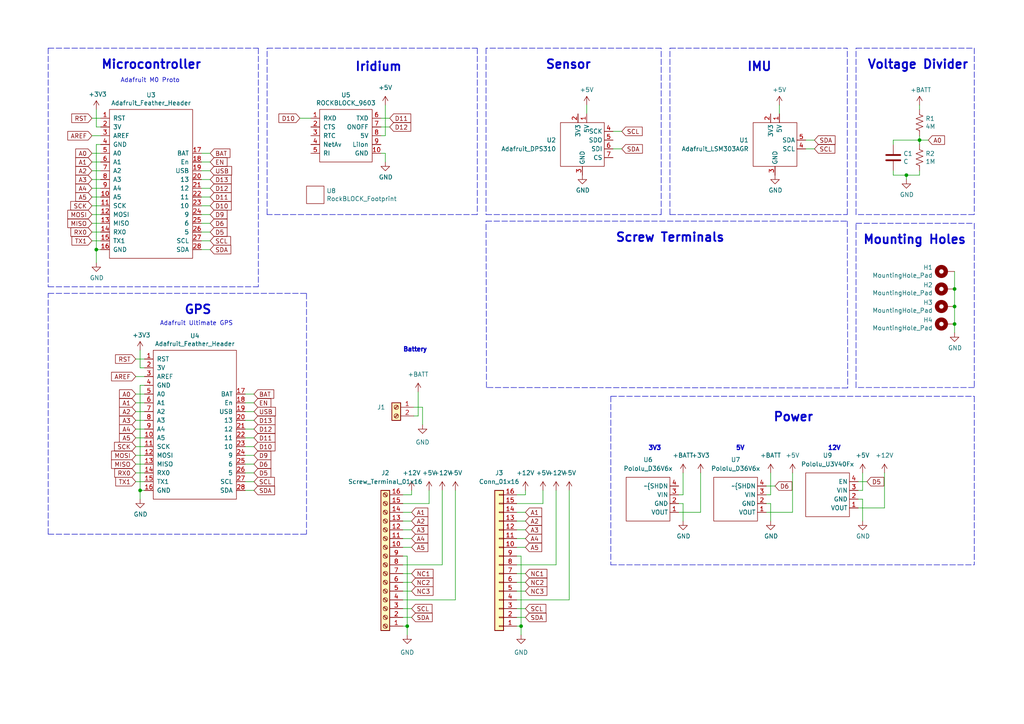
<source format=kicad_sch>
(kicad_sch (version 20211123) (generator eeschema)
  (paper "A4")
  (lib_symbols
    (symbol "Connector:Screw_Terminal_01x02" (pin_names (offset 1.016) hide)
      (property "Reference" "J" (at 0 2.54 0))
      (property "Value" "Screw_Terminal_01x02" (at 0 -5.08 0))
      (symbol "Screw_Terminal_01x02_1_1"
        (rectangle (start -1.27 1.27) (end 1.27 -3.81) (stroke (width 0.254)) (fill (type background)))
        (circle (center 0 -2.54) (radius 0.635) (stroke (width 0.1524)))
        (polyline (pts (xy -0.5334 -2.2098) (xy 0.3302 -3.048)) (stroke (width 0.1524)))
        (polyline (pts (xy -0.5334 0.3302) (xy 0.3302 -0.508)) (stroke (width 0.1524)))
        (polyline (pts (xy -0.3556 -2.032) (xy 0.508 -2.8702)) (stroke (width 0.1524)))
        (polyline (pts (xy -0.3556 0.508) (xy 0.508 -0.3302)) (stroke (width 0.1524)))
        (circle (center 0 0) (radius 0.635) (stroke (width 0.1524)))
        (pin passive line (at -5.08 0 0) (length 3.81) (name "Pin_1") (number "1"))
        (pin passive line (at -5.08 -2.54 0) (length 3.81) (name "Pin_2") (number "2"))
      )
    )
    (symbol "Connector:Screw_Terminal_01x16" (pin_names (offset 1.016) hide)
      (property "Reference" "J" (at 0 20.32 0))
      (property "Value" "Screw_Terminal_01x16" (at 0 -22.86 0))
      (symbol "Screw_Terminal_01x16_1_1"
        (rectangle (start -1.27 19.05) (end 1.27 -21.59) (stroke (width 0.254)) (fill (type background)))
        (circle (center 0 -20.32) (radius 0.635) (stroke (width 0.1524)))
        (circle (center 0 -17.78) (radius 0.635) (stroke (width 0.1524)))
        (circle (center 0 -15.24) (radius 0.635) (stroke (width 0.1524)))
        (circle (center 0 -12.7) (radius 0.635) (stroke (width 0.1524)))
        (circle (center 0 -10.16) (radius 0.635) (stroke (width 0.1524)))
        (circle (center 0 -7.62) (radius 0.635) (stroke (width 0.1524)))
        (circle (center 0 -5.08) (radius 0.635) (stroke (width 0.1524)))
        (circle (center 0 -2.54) (radius 0.635) (stroke (width 0.1524)))
        (polyline (pts (xy -0.5334 -19.9898) (xy 0.3302 -20.828)) (stroke (width 0.1524)))
        (polyline (pts (xy -0.5334 -17.4498) (xy 0.3302 -18.288)) (stroke (width 0.1524)))
        (polyline (pts (xy -0.5334 -14.9098) (xy 0.3302 -15.748)) (stroke (width 0.1524)))
        (polyline (pts (xy -0.5334 -12.3698) (xy 0.3302 -13.208)) (stroke (width 0.1524)))
        (polyline (pts (xy -0.5334 -9.8298) (xy 0.3302 -10.668)) (stroke (width 0.1524)))
        (polyline (pts (xy -0.5334 -7.2898) (xy 0.3302 -8.128)) (stroke (width 0.1524)))
        (polyline (pts (xy -0.5334 -4.7498) (xy 0.3302 -5.588)) (stroke (width 0.1524)))
        (polyline (pts (xy -0.5334 -2.2098) (xy 0.3302 -3.048)) (stroke (width 0.1524)))
        (polyline (pts (xy -0.5334 0.3302) (xy 0.3302 -0.508)) (stroke (width 0.1524)))
        (polyline (pts (xy -0.5334 2.8702) (xy 0.3302 2.032)) (stroke (width 0.1524)))
        (polyline (pts (xy -0.5334 5.4102) (xy 0.3302 4.572)) (stroke (width 0.1524)))
        (polyline (pts (xy -0.5334 7.9502) (xy 0.3302 7.112)) (stroke (width 0.1524)))
        (polyline (pts (xy -0.5334 10.4902) (xy 0.3302 9.652)) (stroke (width 0.1524)))
        (polyline (pts (xy -0.5334 13.0302) (xy 0.3302 12.192)) (stroke (width 0.1524)))
        (polyline (pts (xy -0.5334 15.5702) (xy 0.3302 14.732)) (stroke (width 0.1524)))
        (polyline (pts (xy -0.5334 18.1102) (xy 0.3302 17.272)) (stroke (width 0.1524)))
        (polyline (pts (xy -0.3556 -19.812) (xy 0.508 -20.6502)) (stroke (width 0.1524)))
        (polyline (pts (xy -0.3556 -17.272) (xy 0.508 -18.1102)) (stroke (width 0.1524)))
        (polyline (pts (xy -0.3556 -14.732) (xy 0.508 -15.5702)) (stroke (width 0.1524)))
        (polyline (pts (xy -0.3556 -12.192) (xy 0.508 -13.0302)) (stroke (width 0.1524)))
        (polyline (pts (xy -0.3556 -9.652) (xy 0.508 -10.4902)) (stroke (width 0.1524)))
        (polyline (pts (xy -0.3556 -7.112) (xy 0.508 -7.9502)) (stroke (width 0.1524)))
        (polyline (pts (xy -0.3556 -4.572) (xy 0.508 -5.4102)) (stroke (width 0.1524)))
        (polyline (pts (xy -0.3556 -2.032) (xy 0.508 -2.8702)) (stroke (width 0.1524)))
        (polyline (pts (xy -0.3556 0.508) (xy 0.508 -0.3302)) (stroke (width 0.1524)))
        (polyline (pts (xy -0.3556 3.048) (xy 0.508 2.2098)) (stroke (width 0.1524)))
        (polyline (pts (xy -0.3556 5.588) (xy 0.508 4.7498)) (stroke (width 0.1524)))
        (polyline (pts (xy -0.3556 8.128) (xy 0.508 7.2898)) (stroke (width 0.1524)))
        (polyline (pts (xy -0.3556 10.668) (xy 0.508 9.8298)) (stroke (width 0.1524)))
        (polyline (pts (xy -0.3556 13.208) (xy 0.508 12.3698)) (stroke (width 0.1524)))
        (polyline (pts (xy -0.3556 15.748) (xy 0.508 14.9098)) (stroke (width 0.1524)))
        (polyline (pts (xy -0.3556 18.288) (xy 0.508 17.4498)) (stroke (width 0.1524)))
        (circle (center 0 0) (radius 0.635) (stroke (width 0.1524)))
        (circle (center 0 2.54) (radius 0.635) (stroke (width 0.1524)))
        (circle (center 0 5.08) (radius 0.635) (stroke (width 0.1524)))
        (circle (center 0 7.62) (radius 0.635) (stroke (width 0.1524)))
        (circle (center 0 10.16) (radius 0.635) (stroke (width 0.1524)))
        (circle (center 0 12.7) (radius 0.635) (stroke (width 0.1524)))
        (circle (center 0 15.24) (radius 0.635) (stroke (width 0.1524)))
        (circle (center 0 17.78) (radius 0.635) (stroke (width 0.1524)))
        (pin passive line (at -5.08 17.78 0) (length 3.81) (name "Pin_1") (number "1"))
        (pin passive line (at -5.08 -5.08 0) (length 3.81) (name "Pin_10") (number "10"))
        (pin passive line (at -5.08 -7.62 0) (length 3.81) (name "Pin_11") (number "11"))
        (pin passive line (at -5.08 -10.16 0) (length 3.81) (name "Pin_12") (number "12"))
        (pin passive line (at -5.08 -12.7 0) (length 3.81) (name "Pin_13") (number "13"))
        (pin passive line (at -5.08 -15.24 0) (length 3.81) (name "Pin_14") (number "14"))
        (pin passive line (at -5.08 -17.78 0) (length 3.81) (name "Pin_15") (number "15"))
        (pin passive line (at -5.08 -20.32 0) (length 3.81) (name "Pin_16") (number "16"))
        (pin passive line (at -5.08 15.24 0) (length 3.81) (name "Pin_2") (number "2"))
        (pin passive line (at -5.08 12.7 0) (length 3.81) (name "Pin_3") (number "3"))
        (pin passive line (at -5.08 10.16 0) (length 3.81) (name "Pin_4") (number "4"))
        (pin passive line (at -5.08 7.62 0) (length 3.81) (name "Pin_5") (number "5"))
        (pin passive line (at -5.08 5.08 0) (length 3.81) (name "Pin_6") (number "6"))
        (pin passive line (at -5.08 2.54 0) (length 3.81) (name "Pin_7") (number "7"))
        (pin passive line (at -5.08 0 0) (length 3.81) (name "Pin_8") (number "8"))
        (pin passive line (at -5.08 -2.54 0) (length 3.81) (name "Pin_9") (number "9"))
      )
    )
    (symbol "Connector_Generic:Conn_01x16" (pin_names (offset 1.016) hide)
      (property "Reference" "J" (at 0 20.32 0))
      (property "Value" "Conn_01x16" (at 0 -22.86 0))
      (symbol "Conn_01x16_1_1"
        (rectangle (start -1.27 -20.193) (end 0 -20.447) (stroke (width 0.1524)))
        (rectangle (start -1.27 -17.653) (end 0 -17.907) (stroke (width 0.1524)))
        (rectangle (start -1.27 -15.113) (end 0 -15.367) (stroke (width 0.1524)))
        (rectangle (start -1.27 -12.573) (end 0 -12.827) (stroke (width 0.1524)))
        (rectangle (start -1.27 -10.033) (end 0 -10.287) (stroke (width 0.1524)))
        (rectangle (start -1.27 -7.493) (end 0 -7.747) (stroke (width 0.1524)))
        (rectangle (start -1.27 -4.953) (end 0 -5.207) (stroke (width 0.1524)))
        (rectangle (start -1.27 -2.413) (end 0 -2.667) (stroke (width 0.1524)))
        (rectangle (start -1.27 0.127) (end 0 -0.127) (stroke (width 0.1524)))
        (rectangle (start -1.27 2.667) (end 0 2.413) (stroke (width 0.1524)))
        (rectangle (start -1.27 5.207) (end 0 4.953) (stroke (width 0.1524)))
        (rectangle (start -1.27 7.747) (end 0 7.493) (stroke (width 0.1524)))
        (rectangle (start -1.27 10.287) (end 0 10.033) (stroke (width 0.1524)))
        (rectangle (start -1.27 12.827) (end 0 12.573) (stroke (width 0.1524)))
        (rectangle (start -1.27 15.367) (end 0 15.113) (stroke (width 0.1524)))
        (rectangle (start -1.27 17.907) (end 0 17.653) (stroke (width 0.1524)))
        (rectangle (start -1.27 19.05) (end 1.27 -21.59) (stroke (width 0.254)) (fill (type background)))
        (pin passive line (at -5.08 17.78 0) (length 3.81) (name "Pin_1") (number "1"))
        (pin passive line (at -5.08 -5.08 0) (length 3.81) (name "Pin_10") (number "10"))
        (pin passive line (at -5.08 -7.62 0) (length 3.81) (name "Pin_11") (number "11"))
        (pin passive line (at -5.08 -10.16 0) (length 3.81) (name "Pin_12") (number "12"))
        (pin passive line (at -5.08 -12.7 0) (length 3.81) (name "Pin_13") (number "13"))
        (pin passive line (at -5.08 -15.24 0) (length 3.81) (name "Pin_14") (number "14"))
        (pin passive line (at -5.08 -17.78 0) (length 3.81) (name "Pin_15") (number "15"))
        (pin passive line (at -5.08 -20.32 0) (length 3.81) (name "Pin_16") (number "16"))
        (pin passive line (at -5.08 15.24 0) (length 3.81) (name "Pin_2") (number "2"))
        (pin passive line (at -5.08 12.7 0) (length 3.81) (name "Pin_3") (number "3"))
        (pin passive line (at -5.08 10.16 0) (length 3.81) (name "Pin_4") (number "4"))
        (pin passive line (at -5.08 7.62 0) (length 3.81) (name "Pin_5") (number "5"))
        (pin passive line (at -5.08 5.08 0) (length 3.81) (name "Pin_6") (number "6"))
        (pin passive line (at -5.08 2.54 0) (length 3.81) (name "Pin_7") (number "7"))
        (pin passive line (at -5.08 0 0) (length 3.81) (name "Pin_8") (number "8"))
        (pin passive line (at -5.08 -2.54 0) (length 3.81) (name "Pin_9") (number "9"))
      )
    )
    (symbol "Cryologger:Adafruit_DPS310"
      (property "Reference" "U" (at 0 8.89 0))
      (property "Value" "Adafruit_DPS310" (at 0 -7.62 0))
      (symbol "Adafruit_DPS310_0_1"
        (rectangle (start -6.35 6.35) (end 6.35 -6.35) (stroke (width 0.1524)))
      )
      (symbol "Adafruit_DPS310_1_1"
        (pin power_in line (at 1.27 8.89 270) (length 2.54) (name "5V") (number "1"))
        (pin power_in line (at -1.27 8.89 270) (length 2.54) (name "3V3") (number "2"))
        (pin power_in line (at 0 -8.89 90) (length 2.54) (name "GND") (number "3"))
        (pin input line (at 8.89 3.81 180) (length 2.54) (name "SCK") (number "4"))
        (pin input line (at 8.89 1.27 180) (length 2.54) (name "SDO") (number "5"))
        (pin input line (at 8.89 -1.27 180) (length 2.54) (name "SDI") (number "6"))
        (pin input line (at 8.89 -3.81 180) (length 2.54) (name "CS") (number "7"))
      )
    )
    (symbol "Cryologger:Adafruit_Feather_Header" (pin_names (offset 1.016))
      (property "Reference" "U" (at 0 25.4 0))
      (property "Value" "Cryologger_Adafruit_Feather_Header" (at 0 -21.59 0))
      (symbol "Adafruit_Feather_Header_0_1"
        (rectangle (start -11.43 -19.05) (end 12.7 24.13))
      )
      (symbol "Adafruit_Feather_Header_1_1"
        (pin input line (at -13.97 21.59 0) (length 2.54) (name "RST") (number "1"))
        (pin input line (at -13.97 -1.27 0) (length 2.54) (name "A5") (number "10"))
        (pin input line (at -13.97 -3.81 0) (length 2.54) (name "SCK") (number "11"))
        (pin input line (at -13.97 -6.35 0) (length 2.54) (name "MOSI") (number "12"))
        (pin input line (at -13.97 -8.89 0) (length 2.54) (name "MISO") (number "13"))
        (pin input line (at -13.97 -11.43 0) (length 2.54) (name "RX0") (number "14"))
        (pin input line (at -13.97 -13.97 0) (length 2.54) (name "TX1") (number "15"))
        (pin input line (at -13.97 -16.51 0) (length 2.54) (name "GND") (number "16"))
        (pin input line (at 15.24 11.43 180) (length 2.54) (name "BAT") (number "17"))
        (pin input line (at 15.24 8.89 180) (length 2.54) (name "En") (number "18"))
        (pin input line (at 15.24 6.35 180) (length 2.54) (name "USB") (number "19"))
        (pin input line (at -13.97 19.05 0) (length 2.54) (name "3V") (number "2"))
        (pin input line (at 15.24 3.81 180) (length 2.54) (name "13") (number "20"))
        (pin input line (at 15.24 1.27 180) (length 2.54) (name "12") (number "21"))
        (pin input line (at 15.24 -1.27 180) (length 2.54) (name "11") (number "22"))
        (pin input line (at 15.24 -3.81 180) (length 2.54) (name "10") (number "23"))
        (pin input line (at 15.24 -6.35 180) (length 2.54) (name "9") (number "24"))
        (pin input line (at 15.24 -8.89 180) (length 2.54) (name "6") (number "25"))
        (pin input line (at 15.24 -11.43 180) (length 2.54) (name "5") (number "26"))
        (pin input line (at 15.24 -13.97 180) (length 2.54) (name "SCL") (number "27"))
        (pin input line (at 15.24 -16.51 180) (length 2.54) (name "SDA") (number "28"))
        (pin input line (at -13.97 16.51 0) (length 2.54) (name "AREF") (number "3"))
        (pin input line (at -13.97 13.97 0) (length 2.54) (name "GND") (number "4"))
        (pin input line (at -13.97 11.43 0) (length 2.54) (name "A0") (number "5"))
        (pin input line (at -13.97 8.89 0) (length 2.54) (name "A1") (number "6"))
        (pin input line (at -13.97 6.35 0) (length 2.54) (name "A2") (number "7"))
        (pin input line (at -13.97 3.81 0) (length 2.54) (name "A3") (number "8"))
        (pin input line (at -13.97 1.27 0) (length 2.54) (name "A4") (number "9"))
      )
    )
    (symbol "Cryologger:Adafruit_LSM303AGR"
      (property "Reference" "U" (at 0 7.62 0))
      (property "Value" "Adafruit_LSM303AGR" (at 0 -10.16 0))
      (symbol "Adafruit_LSM303AGR_0_1"
        (rectangle (start -6.35 6.35) (end 6.35 -6.35) (stroke (width 0.1524)))
      )
      (symbol "Adafruit_LSM303AGR_1_1"
        (pin power_in line (at 1.27 8.89 270) (length 2.54) (name "5V") (number "1"))
        (pin power_in line (at -1.27 8.89 270) (length 2.54) (name "3V3") (number "2"))
        (pin power_in line (at 0 -8.89 90) (length 2.54) (name "GND") (number "3"))
        (pin input line (at 8.89 -1.27 180) (length 2.54) (name "SCL") (number "4"))
        (pin input line (at 8.89 1.27 180) (length 2.54) (name "SDA") (number "5"))
      )
    )
    (symbol "Cryologger:Pololu_D36V6x"
      (property "Reference" "U" (at 0 7.62 0))
      (property "Value" "Pololu_D36V6x" (at 0 -7.62 0))
      (symbol "Pololu_D36V6x_0_1"
        (rectangle (start -6.35 6.35) (end 6.35 -6.35) (stroke (width 0.1524)))
      )
      (symbol "Pololu_D36V6x_1_1"
        (pin power_out line (at 8.89 -3.81 180) (length 2.54) (name "VOUT") (number "1"))
        (pin power_in line (at 8.89 -1.27 180) (length 2.54) (name "GND") (number "2"))
        (pin power_in line (at 8.89 1.27 180) (length 2.54) (name "VIN") (number "3"))
        (pin power_in line (at 8.89 3.81 180) (length 2.54) (name "~{SHDN") (number "4"))
      )
    )
    (symbol "Cryologger:Pololu_U3V40Fx"
      (property "Reference" "U" (at 0 7.62 0))
      (property "Value" "Pololu_U3V40Fx" (at 0 -7.62 0))
      (symbol "Pololu_U3V40Fx_0_1"
        (rectangle (start -6.35 6.35) (end 6.35 -6.35) (stroke (width 0.1524)))
      )
      (symbol "Pololu_U3V40Fx_1_1"
        (pin power_out line (at 8.89 -3.81 180) (length 2.54) (name "VOUT") (number "1"))
        (pin input line (at 8.89 -1.27 180) (length 2.54) (name "GND") (number "2"))
        (pin power_in line (at 8.89 1.27 180) (length 2.54) (name "VIN") (number "3"))
        (pin input line (at 8.89 3.81 180) (length 2.54) (name "EN") (number "4"))
      )
    )
    (symbol "Cryologger:ROCKBLOCK_9603" (pin_names (offset 1.016))
      (property "Reference" "U" (at 0 8.89 0))
      (property "Value" "Cryologger_ROCKBLOCK_9603" (at 0 -8.89 0))
      (symbol "ROCKBLOCK_9603_0_1"
        (rectangle (start -7.62 -7.62) (end 7.62 7.62))
      )
      (symbol "ROCKBLOCK_9603_1_1"
        (pin input line (at -10.16 5.08 0) (length 2.54) (name "RXD") (number "1"))
        (pin input line (at 10.16 -5.08 180) (length 2.54) (name "GND") (number "10"))
        (pin input line (at -10.16 2.54 0) (length 2.54) (name "CTS") (number "2"))
        (pin input line (at -10.16 0 0) (length 2.54) (name "RTC") (number "3"))
        (pin input line (at -10.16 -2.54 0) (length 2.54) (name "NetAv") (number "4"))
        (pin input line (at -10.16 -5.08 0) (length 2.54) (name "RI") (number "5"))
        (pin input line (at 10.16 5.08 180) (length 2.54) (name "TXD") (number "6"))
        (pin input line (at 10.16 2.54 180) (length 2.54) (name "ONOFF") (number "7"))
        (pin input line (at 10.16 0 180) (length 2.54) (name "5V") (number "8"))
        (pin input line (at 10.16 -2.54 180) (length 2.54) (name "LiIon") (number "9"))
      )
    )
    (symbol "Cryologger:RockBLOCK_Footprint" (pin_names (offset 1.016))
      (property "Reference" "U" (at 0 8.89 0))
      (property "Value" "Cryologger_RockBLOCK_Footprint" (at 0 -10.16 0))
      (symbol "RockBLOCK_Footprint_0_1"
        (rectangle (start -2.54 2.54) (end 2.54 -2.54))
      )
    )
    (symbol "Device:C" (pin_numbers hide) (pin_names (offset 0.254))
      (property "Reference" "C" (at 0.635 2.54 0))
      (property "Value" "C" (at 0.635 -2.54 0))
      (symbol "C_0_1"
        (polyline (pts (xy -2.032 -0.762) (xy 2.032 -0.762)) (stroke (width 0.508)))
        (polyline (pts (xy -2.032 0.762) (xy 2.032 0.762)) (stroke (width 0.508)))
      )
      (symbol "C_1_1"
        (pin passive line (at 0 3.81 270) (length 2.794) (name "~") (number "1"))
        (pin passive line (at 0 -3.81 90) (length 2.794) (name "~") (number "2"))
      )
    )
    (symbol "Device:R_US" (pin_numbers hide) (pin_names (offset 0))
      (property "Reference" "R" (at 2.54 0 90))
      (property "Value" "R_US" (at -2.54 0 90))
      (symbol "R_US_0_1"
        (polyline (pts (xy 0 -2.286) (xy 0 -2.54)))
        (polyline (pts (xy 0 2.286) (xy 0 2.54)))
        (polyline (pts (xy 0 -0.762) (xy 1.016 -1.143) (xy 0 -1.524) (xy -1.016 -1.905) (xy 0 -2.286)))
        (polyline (pts (xy 0 0.762) (xy 1.016 0.381) (xy 0 0) (xy -1.016 -0.381) (xy 0 -0.762)))
        (polyline (pts (xy 0 2.286) (xy 1.016 1.905) (xy 0 1.524) (xy -1.016 1.143) (xy 0 0.762)))
      )
      (symbol "R_US_1_1"
        (pin passive line (at 0 3.81 270) (length 1.27) (name "~") (number "1"))
        (pin passive line (at 0 -3.81 90) (length 1.27) (name "~") (number "2"))
      )
    )
    (symbol "Mechanical:MountingHole_Pad" (pin_numbers hide) (pin_names (offset 1.016) hide)
      (property "Reference" "H" (at 0 6.35 0))
      (property "Value" "MountingHole_Pad" (at 0 4.445 0))
      (symbol "MountingHole_Pad_0_1"
        (circle (center 0 1.27) (radius 1.27) (stroke (width 1.27)))
      )
      (symbol "MountingHole_Pad_1_1"
        (pin input line (at 0 -2.54 90) (length 2.54) (name "1") (number "1"))
      )
    )
    (symbol "power:+12V" (power) (pin_names (offset 0))
      (property "Value" "+12V" (at 0 3.556 0))
      (symbol "+12V_0_1"
        (polyline (pts (xy -0.762 1.27) (xy 0 2.54)))
        (polyline (pts (xy 0 0) (xy 0 2.54)))
        (polyline (pts (xy 0 2.54) (xy 0.762 1.27)))
      )
      (symbol "+12V_1_1"
        (pin power_in line (at 0 0 90) (length 0) hide (name "+12V") (number "1"))
      )
    )
    (symbol "power:+3V3" (power) (pin_names (offset 0))
      (property "Value" "+3V3" (at 0 3.556 0))
      (symbol "+3V3_0_1"
        (polyline (pts (xy -0.762 1.27) (xy 0 2.54)))
        (polyline (pts (xy 0 0) (xy 0 2.54)))
        (polyline (pts (xy 0 2.54) (xy 0.762 1.27)))
      )
      (symbol "+3V3_1_1"
        (pin power_in line (at 0 0 90) (length 0) hide (name "+3V3") (number "1"))
      )
    )
    (symbol "power:+5V" (power) (pin_names (offset 0))
      (property "Value" "+5V" (at 0 3.556 0))
      (symbol "+5V_0_1"
        (polyline (pts (xy -0.762 1.27) (xy 0 2.54)))
        (polyline (pts (xy 0 0) (xy 0 2.54)))
        (polyline (pts (xy 0 2.54) (xy 0.762 1.27)))
      )
      (symbol "+5V_1_1"
        (pin power_in line (at 0 0 90) (length 0) hide (name "+5V") (number "1"))
      )
    )
    (symbol "power:+BATT" (power) (pin_names (offset 0))
      (property "Value" "+BATT" (at 0 3.556 0))
      (symbol "+BATT_0_1"
        (polyline (pts (xy -0.762 1.27) (xy 0 2.54)))
        (polyline (pts (xy 0 0) (xy 0 2.54)))
        (polyline (pts (xy 0 2.54) (xy 0.762 1.27)))
      )
      (symbol "+BATT_1_1"
        (pin power_in line (at 0 0 90) (length 0) hide (name "+BATT") (number "1"))
      )
    )
    (symbol "power:GND" (power) (pin_names (offset 0))
      (property "Value" "GND" (at 0 -3.81 0))
      (symbol "GND_0_1"
        (polyline (pts (xy 0 0) (xy 0 -1.27) (xy 1.27 -1.27) (xy 0 -2.54) (xy -1.27 -1.27) (xy 0 -1.27)))
      )
      (symbol "GND_1_1"
        (pin power_in line (at 0 0 270) (length 0) hide (name "GND") (number "1"))
      )
    )
  )
  (junction (at 276.86 93.98))
  (junction (at 266.7 40.64))
  (junction (at 151.13 181.61))
  (junction (at 276.86 88.9))
  (junction (at 276.86 83.82))
  (junction (at 40.64 142.24))
  (junction (at 118.11 181.61))
  (junction (at 27.94 72.39))
  (junction (at 262.89 50.8))
  (wire (pts (xy 27.94 41.91) (xy 27.94 72.39)))
  (wire (pts (xy 149.86 143.51) (xy 152.4 143.51)))
  (wire (pts (xy 29.21 54.61) (xy 26.67 54.61)))
  (wire (pts (xy 60.96 72.39) (xy 58.42 72.39)))
  (wire (pts (xy 198.12 146.05) (xy 198.12 151.13)))
  (wire (pts (xy 152.4 142.24) (xy 152.4 143.51)))
  (wire (pts (xy 177.8 38.1) (xy 180.34 38.1)))
  (wire (pts (xy 128.27 142.24) (xy 128.27 163.83)))
  (polyline (pts (xy 191.77 13.97) (xy 140.97 13.97)))
  (wire (pts (xy 149.86 158.75) (xy 152.4 158.75)))
  (wire (pts (xy 223.52 146.05) (xy 223.52 151.13)))
  (wire (pts (xy 90.17 34.29) (xy 86.995 34.29)))
  (wire (pts (xy 41.91 127) (xy 39.37 127)))
  (wire (pts (xy 60.96 69.85) (xy 58.42 69.85)))
  (polyline (pts (xy 177.165 114.935) (xy 282.575 114.935)))
  (wire (pts (xy 73.66 142.24) (xy 71.12 142.24)))
  (wire (pts (xy 29.21 46.99) (xy 26.67 46.99)))
  (wire (pts (xy 149.86 173.99) (xy 165.1 173.99)))
  (wire (pts (xy 151.13 181.61) (xy 151.13 184.15)))
  (wire (pts (xy 266.7 49.53) (xy 266.7 50.8)))
  (wire (pts (xy 73.66 114.3) (xy 71.12 114.3)))
  (wire (pts (xy 149.86 161.29) (xy 151.13 161.29)))
  (wire (pts (xy 149.86 166.37) (xy 152.4 166.37)))
  (wire (pts (xy 73.66 129.54) (xy 71.12 129.54)))
  (wire (pts (xy 73.66 127) (xy 71.12 127)))
  (wire (pts (xy 111.76 44.45) (xy 111.76 46.99)))
  (wire (pts (xy 27.94 36.83) (xy 27.94 31.75)))
  (wire (pts (xy 60.96 67.31) (xy 58.42 67.31)))
  (polyline (pts (xy 245.745 62.23) (xy 245.745 13.97)))
  (wire (pts (xy 276.86 83.82) (xy 276.86 88.9)))
  (wire (pts (xy 116.84 153.67) (xy 119.38 153.67)))
  (wire (pts (xy 233.68 40.64) (xy 236.22 40.64)))
  (wire (pts (xy 116.84 151.13) (xy 119.38 151.13)))
  (wire (pts (xy 73.66 137.16) (xy 71.12 137.16)))
  (wire (pts (xy 116.84 176.53) (xy 119.38 176.53)))
  (wire (pts (xy 203.2 148.59) (xy 203.2 137.16)))
  (polyline (pts (xy 194.31 62.23) (xy 245.745 62.23)))
  (wire (pts (xy 41.91 134.62) (xy 39.37 134.62)))
  (wire (pts (xy 116.84 161.29) (xy 118.11 161.29)))
  (polyline (pts (xy 282.575 64.77) (xy 282.575 112.395)))
  (polyline (pts (xy 194.31 62.23) (xy 194.31 13.97)))
  (wire (pts (xy 149.86 151.13) (xy 152.4 151.13)))
  (polyline (pts (xy 138.43 62.23) (xy 77.47 62.23)))
  (wire (pts (xy 29.21 52.07) (xy 26.67 52.07)))
  (wire (pts (xy 198.12 143.51) (xy 198.12 137.16)))
  (wire (pts (xy 149.86 176.53) (xy 152.4 176.53)))
  (wire (pts (xy 276.86 93.98) (xy 276.86 96.52)))
  (wire (pts (xy 41.91 132.08) (xy 39.37 132.08)))
  (wire (pts (xy 116.84 173.99) (xy 132.08 173.99)))
  (wire (pts (xy 116.84 168.91) (xy 119.38 168.91)))
  (wire (pts (xy 248.92 144.78) (xy 250.19 144.78)))
  (polyline (pts (xy 140.97 13.97) (xy 140.97 62.23)))
  (wire (pts (xy 27.94 36.83) (xy 29.21 36.83)))
  (wire (pts (xy 259.08 40.64) (xy 266.7 40.64)))
  (wire (pts (xy 29.21 62.23) (xy 26.67 62.23)))
  (wire (pts (xy 110.49 39.37) (xy 111.76 39.37)))
  (polyline (pts (xy 13.97 85.09) (xy 88.9 85.09)))
  (wire (pts (xy 116.84 179.07) (xy 119.38 179.07)))
  (wire (pts (xy 27.94 76.2) (xy 27.94 72.39)))
  (wire (pts (xy 118.11 181.61) (xy 118.11 184.15)))
  (wire (pts (xy 149.86 181.61) (xy 151.13 181.61)))
  (polyline (pts (xy 74.93 13.97) (xy 74.93 83.185)))
  (wire (pts (xy 149.86 146.05) (xy 157.48 146.05)))
  (wire (pts (xy 116.84 148.59) (xy 119.38 148.59)))
  (wire (pts (xy 222.25 146.05) (xy 223.52 146.05)))
  (polyline (pts (xy 13.97 83.185) (xy 74.93 83.185)))
  (wire (pts (xy 222.25 140.97) (xy 224.79 140.97)))
  (polyline (pts (xy 191.77 62.23) (xy 191.77 13.97)))
  (wire (pts (xy 41.91 139.7) (xy 39.37 139.7)))
  (wire (pts (xy 73.66 121.92) (xy 71.12 121.92)))
  (wire (pts (xy 151.13 161.29) (xy 151.13 181.61)))
  (wire (pts (xy 110.49 44.45) (xy 111.76 44.45)))
  (wire (pts (xy 29.21 59.69) (xy 26.67 59.69)))
  (wire (pts (xy 222.25 143.51) (xy 223.52 143.51)))
  (wire (pts (xy 39.37 124.46) (xy 41.91 124.46)))
  (wire (pts (xy 262.89 52.07) (xy 262.89 50.8)))
  (wire (pts (xy 40.64 106.68) (xy 41.91 106.68)))
  (wire (pts (xy 40.64 111.76) (xy 40.64 142.24)))
  (polyline (pts (xy 140.97 64.135) (xy 245.745 64.135)))
  (wire (pts (xy 250.19 142.24) (xy 250.19 137.16)))
  (wire (pts (xy 266.7 50.8) (xy 262.89 50.8)))
  (wire (pts (xy 60.96 62.23) (xy 58.42 62.23)))
  (wire (pts (xy 110.49 36.83) (xy 113.03 36.83)))
  (wire (pts (xy 60.96 46.99) (xy 58.42 46.99)))
  (wire (pts (xy 248.92 139.7) (xy 251.46 139.7)))
  (wire (pts (xy 40.64 106.68) (xy 40.64 101.6)))
  (wire (pts (xy 26.67 34.29) (xy 29.21 34.29)))
  (polyline (pts (xy 282.575 112.395) (xy 248.285 112.395)))
  (wire (pts (xy 124.46 146.05) (xy 124.46 142.24)))
  (wire (pts (xy 119.38 142.24) (xy 119.38 143.51)))
  (wire (pts (xy 161.29 142.24) (xy 161.29 163.83)))
  (polyline (pts (xy 194.31 13.97) (xy 245.745 13.97)))
  (wire (pts (xy 116.84 158.75) (xy 119.38 158.75)))
  (polyline (pts (xy 177.165 163.83) (xy 282.575 163.83)))
  (wire (pts (xy 259.08 50.8) (xy 259.08 49.53)))
  (polyline (pts (xy 245.872 112.522) (xy 141.097 112.395)))
  (wire (pts (xy 177.8 43.18) (xy 180.34 43.18)))
  (wire (pts (xy 41.91 137.16) (xy 39.37 137.16)))
  (wire (pts (xy 41.91 142.24) (xy 40.64 142.24)))
  (wire (pts (xy 40.64 142.24) (xy 40.64 144.78)))
  (wire (pts (xy 149.86 156.21) (xy 152.4 156.21)))
  (wire (pts (xy 60.96 57.15) (xy 58.42 57.15)))
  (polyline (pts (xy 138.43 13.97) (xy 138.43 62.23)))
  (wire (pts (xy 39.37 121.92) (xy 41.91 121.92)))
  (wire (pts (xy 60.96 64.77) (xy 58.42 64.77)))
  (polyline (pts (xy 282.575 114.935) (xy 282.575 163.83)))
  (wire (pts (xy 29.21 39.37) (xy 26.67 39.37)))
  (wire (pts (xy 60.96 49.53) (xy 58.42 49.53)))
  (wire (pts (xy 149.86 153.67) (xy 152.4 153.67)))
  (polyline (pts (xy 77.47 13.97) (xy 138.43 13.97)))
  (wire (pts (xy 39.37 114.3) (xy 41.91 114.3)))
  (wire (pts (xy 266.7 40.64) (xy 269.24 40.64)))
  (wire (pts (xy 41.91 119.38) (xy 39.37 119.38)))
  (wire (pts (xy 60.96 54.61) (xy 58.42 54.61)))
  (polyline (pts (xy 77.47 62.23) (xy 77.47 13.97)))
  (wire (pts (xy 116.84 143.51) (xy 119.38 143.51)))
  (wire (pts (xy 73.66 116.84) (xy 71.12 116.84)))
  (polyline (pts (xy 141.097 112.395) (xy 140.97 64.135)))
  (polyline (pts (xy 282.575 62.23) (xy 248.285 62.23)))
  (polyline (pts (xy 13.97 154.94) (xy 13.97 85.09)))
  (wire (pts (xy 121.285 120.65) (xy 121.285 113.665)))
  (wire (pts (xy 266.7 41.91) (xy 266.7 40.64)))
  (wire (pts (xy 248.92 142.24) (xy 250.19 142.24)))
  (wire (pts (xy 276.86 78.74) (xy 276.86 83.82)))
  (wire (pts (xy 29.21 57.15) (xy 26.67 57.15)))
  (wire (pts (xy 29.21 72.39) (xy 27.94 72.39)))
  (wire (pts (xy 60.96 44.45) (xy 58.42 44.45)))
  (wire (pts (xy 73.66 139.7) (xy 71.12 139.7)))
  (polyline (pts (xy 88.9 85.09) (xy 88.9 154.94)))
  (wire (pts (xy 29.21 67.31) (xy 26.67 67.31)))
  (wire (pts (xy 41.91 116.84) (xy 39.37 116.84)))
  (wire (pts (xy 157.48 146.05) (xy 157.48 142.24)))
  (polyline (pts (xy 248.285 62.23) (xy 248.285 13.97)))
  (wire (pts (xy 116.84 181.61) (xy 118.11 181.61)))
  (polyline (pts (xy 13.97 13.97) (xy 74.93 13.97)))
  (wire (pts (xy 39.37 129.54) (xy 41.91 129.54)))
  (wire (pts (xy 266.7 31.75) (xy 266.7 30.48)))
  (wire (pts (xy 29.21 49.53) (xy 26.67 49.53)))
  (wire (pts (xy 73.66 132.08) (xy 71.12 132.08)))
  (polyline (pts (xy 248.285 112.395) (xy 248.285 64.77)))
  (wire (pts (xy 226.06 30.48) (xy 226.06 33.02)))
  (wire (pts (xy 259.08 41.91) (xy 259.08 40.64)))
  (polyline (pts (xy 248.285 13.97) (xy 282.575 13.97)))
  (polyline (pts (xy 248.285 64.77) (xy 282.575 64.77)))
  (wire (pts (xy 116.84 171.45) (xy 119.38 171.45)))
  (wire (pts (xy 222.25 148.59) (xy 229.87 148.59)))
  (wire (pts (xy 73.66 134.62) (xy 71.12 134.62)))
  (wire (pts (xy 256.54 137.16) (xy 256.54 147.32)))
  (wire (pts (xy 122.555 118.11) (xy 122.555 123.19)))
  (wire (pts (xy 120.015 120.65) (xy 121.285 120.65)))
  (wire (pts (xy 250.19 144.78) (xy 250.19 151.13)))
  (polyline (pts (xy 140.97 62.23) (xy 191.77 62.23)))
  (polyline (pts (xy 13.97 154.94) (xy 88.9 154.94)))
  (wire (pts (xy 149.86 179.07) (xy 152.4 179.07)))
  (wire (pts (xy 118.11 161.29) (xy 118.11 181.61)))
  (wire (pts (xy 39.37 104.14) (xy 41.91 104.14)))
  (wire (pts (xy 149.86 168.91) (xy 152.4 168.91)))
  (polyline (pts (xy 245.745 64.135) (xy 245.872 112.522)))
  (wire (pts (xy 111.76 39.37) (xy 111.76 30.48)))
  (wire (pts (xy 196.85 148.59) (xy 203.2 148.59)))
  (wire (pts (xy 29.21 44.45) (xy 26.67 44.45)))
  (wire (pts (xy 165.1 173.99) (xy 165.1 142.24)))
  (wire (pts (xy 41.91 109.22) (xy 39.37 109.22)))
  (wire (pts (xy 116.84 163.83) (xy 128.27 163.83)))
  (wire (pts (xy 229.87 137.16) (xy 229.87 148.59)))
  (wire (pts (xy 73.66 124.46) (xy 71.12 124.46)))
  (polyline (pts (xy 177.165 114.935) (xy 177.165 163.83)))
  (wire (pts (xy 262.89 50.8) (xy 259.08 50.8)))
  (polyline (pts (xy 13.97 13.97) (xy 13.97 83.185)))
  (wire (pts (xy 196.85 146.05) (xy 198.12 146.05)))
  (wire (pts (xy 110.49 34.29) (xy 113.03 34.29)))
  (wire (pts (xy 29.21 69.85) (xy 26.67 69.85)))
  (wire (pts (xy 116.84 146.05) (xy 124.46 146.05)))
  (wire (pts (xy 223.52 137.16) (xy 223.52 143.51)))
  (wire (pts (xy 116.84 166.37) (xy 119.38 166.37)))
  (wire (pts (xy 116.84 156.21) (xy 119.38 156.21)))
  (polyline (pts (xy 282.575 13.97) (xy 282.575 62.23)))
  (wire (pts (xy 29.21 64.77) (xy 26.67 64.77)))
  (wire (pts (xy 149.86 148.59) (xy 152.4 148.59)))
  (wire (pts (xy 29.21 41.91) (xy 27.94 41.91)))
  (wire (pts (xy 41.91 111.76) (xy 40.64 111.76)))
  (wire (pts (xy 233.68 43.18) (xy 236.22 43.18)))
  (wire (pts (xy 73.66 119.38) (xy 71.12 119.38)))
  (wire (pts (xy 276.86 88.9) (xy 276.86 93.98)))
  (wire (pts (xy 60.96 59.69) (xy 58.42 59.69)))
  (wire (pts (xy 132.08 173.99) (xy 132.08 142.24)))
  (wire (pts (xy 170.18 30.48) (xy 170.18 33.02)))
  (wire (pts (xy 266.7 40.64) (xy 266.7 39.37)))
  (wire (pts (xy 149.86 163.83) (xy 161.29 163.83)))
  (wire (pts (xy 149.86 171.45) (xy 152.4 171.45)))
  (wire (pts (xy 196.85 143.51) (xy 198.12 143.51)))
  (wire (pts (xy 60.96 52.07) (xy 58.42 52.07)))
  (wire (pts (xy 120.015 118.11) (xy 122.555 118.11)))
  (wire (pts (xy 248.92 147.32) (xy 256.54 147.32)))
  (text "Screw Terminals" (at 178.435 70.485 0) (effects (font (size 2.54 2.54) (thickness 0.508) bold) (justify left bottom)))
  (text "Iridium" (at 102.87 20.955 0) (effects (font (size 2.54 2.54) (thickness 0.508) bold) (justify left bottom)))
  (text "Power" (at 224.155 122.555 0) (effects (font (size 2.54 2.54) (thickness 0.508) bold) (justify left bottom)))
  (text "Voltage Divider" (at 251.46 20.32 0) (effects (font (size 2.54 2.54) (thickness 0.508) bold) (justify left bottom)))
  (text "IMU" (at 216.535 20.955 0) (effects (font (size 2.54 2.54) (thickness 0.508) bold) (justify left bottom)))
  (text "Microcontroller" (at 29.21 20.32 0) (effects (font (size 2.54 2.54) (thickness 0.508) bold) (justify left bottom)))
  (text "Adafruit Ultimate GPS" (at 46.355 94.615 0) (effects (font (size 1.27 1.27)) (justify left bottom)))
  (text "3V3" (at 187.96 130.81 0) (effects (font (size 1.27 1.27) (thickness 0.508) bold) (justify left bottom)))
  (text "Adafruit M0 Proto\n" (at 34.925 24.13 0) (effects (font (size 1.27 1.27)) (justify left bottom)))
  (text "5V" (at 213.36 130.81 0) (effects (font (size 1.27 1.27) (thickness 0.508) bold) (justify left bottom)))
  (text "Battery" (at 116.84 102.235 0) (effects (font (size 1.27 1.27) (thickness 0.508) bold) (justify left bottom)))
  (text "Sensor" (at 158.115 20.32 0) (effects (font (size 2.54 2.54) (thickness 0.508) bold) (justify left bottom)))
  (text "GPS" (at 53.34 91.44 0) (effects (font (size 2.54 2.54) (thickness 0.508) bold) (justify left bottom)))
  (text "12V" (at 240.03 130.81 0) (effects (font (size 1.27 1.27) (thickness 0.508) bold) (justify left bottom)))
  (text "Mounting Holes" (at 250.19 71.12 0) (effects (font (size 2.54 2.54) (thickness 0.508) bold) (justify left bottom)))
  (global_label "MISO" (shape input) (at 39.37 134.62 180) (property "Intersheet References" "${INTERSHEET_REFS}" (effects hide)))
  (global_label "A1" (shape input) (at 26.67 46.99 180) (property "Intersheet References" "${INTERSHEET_REFS}" (effects hide)))
  (global_label "A1" (shape input) (at 152.4 148.59 0) (property "Intersheet References" "${INTERSHEET_REFS}" (effects hide)))
  (global_label "D10" (shape input) (at 73.66 129.54 0) (property "Intersheet References" "${INTERSHEET_REFS}" (effects hide)))
  (global_label "D9" (shape input) (at 60.96 62.23 0) (property "Intersheet References" "${INTERSHEET_REFS}" (effects hide)))
  (global_label "D12" (shape input) (at 73.66 124.46 0) (property "Intersheet References" "${INTERSHEET_REFS}" (effects hide)))
  (global_label "TX1" (shape input) (at 26.67 69.85 180) (property "Intersheet References" "${INTERSHEET_REFS}" (effects hide)))
  (global_label "D5" (shape input) (at 251.46 139.7 0) (property "Intersheet References" "${INTERSHEET_REFS}" (effects hide)))
  (global_label "RST" (shape input) (at 39.37 104.14 180) (property "Intersheet References" "${INTERSHEET_REFS}" (effects hide)))
  (global_label "MISO" (shape input) (at 26.67 64.77 180) (property "Intersheet References" "${INTERSHEET_REFS}" (effects hide)))
  (global_label "AREF" (shape input) (at 26.67 39.37 180) (property "Intersheet References" "${INTERSHEET_REFS}" (effects hide)))
  (global_label "A5" (shape input) (at 26.67 57.15 180) (property "Intersheet References" "${INTERSHEET_REFS}" (effects hide)))
  (global_label "A3" (shape input) (at 39.37 121.92 180) (property "Intersheet References" "${INTERSHEET_REFS}" (effects hide)))
  (global_label "D11" (shape input) (at 113.03 34.29 0) (property "Intersheet References" "${INTERSHEET_REFS}" (effects hide)))
  (global_label "EN" (shape input) (at 73.66 116.84 0) (property "Intersheet References" "${INTERSHEET_REFS}" (effects hide)))
  (global_label "NC2" (shape input) (at 152.4 168.91 0) (property "Intersheet References" "${INTERSHEET_REFS}" (effects hide)))
  (global_label "D13" (shape input) (at 60.96 52.07 0) (property "Intersheet References" "${INTERSHEET_REFS}" (effects hide)))
  (global_label "D12" (shape input) (at 60.96 54.61 0) (property "Intersheet References" "${INTERSHEET_REFS}" (effects hide)))
  (global_label "NC2" (shape input) (at 119.38 168.91 0) (property "Intersheet References" "${INTERSHEET_REFS}" (effects hide)))
  (global_label "A5" (shape input) (at 119.38 158.75 0) (property "Intersheet References" "${INTERSHEET_REFS}" (effects hide)))
  (global_label "D6" (shape input) (at 60.96 64.77 0) (property "Intersheet References" "${INTERSHEET_REFS}" (effects hide)))
  (global_label "SCK" (shape input) (at 26.67 59.69 180) (property "Intersheet References" "${INTERSHEET_REFS}" (effects hide)))
  (global_label "USB" (shape input) (at 60.96 49.53 0) (property "Intersheet References" "${INTERSHEET_REFS}" (effects hide)))
  (global_label "SCL" (shape input) (at 152.4 176.53 0) (property "Intersheet References" "${INTERSHEET_REFS}" (effects hide)))
  (global_label "A0" (shape input) (at 269.24 40.64 0) (property "Intersheet References" "${INTERSHEET_REFS}" (effects hide)))
  (global_label "MOSI" (shape input) (at 26.67 62.23 180) (property "Intersheet References" "${INTERSHEET_REFS}" (effects hide)))
  (global_label "RX0" (shape input) (at 39.37 137.16 180) (property "Intersheet References" "${INTERSHEET_REFS}" (effects hide)))
  (global_label "NC3" (shape input) (at 119.38 171.45 0) (property "Intersheet References" "${INTERSHEET_REFS}" (effects hide)))
  (global_label "SCL" (shape input) (at 119.38 176.53 0) (property "Intersheet References" "${INTERSHEET_REFS}" (effects hide)))
  (global_label "SCL" (shape input) (at 180.34 38.1 0) (property "Intersheet References" "${INTERSHEET_REFS}" (effects hide)))
  (global_label "SCK" (shape input) (at 39.37 129.54 180) (property "Intersheet References" "${INTERSHEET_REFS}" (effects hide)))
  (global_label "D5" (shape input) (at 73.66 137.16 0) (property "Intersheet References" "${INTERSHEET_REFS}" (effects hide)))
  (global_label "A5" (shape input) (at 152.4 158.75 0) (property "Intersheet References" "${INTERSHEET_REFS}" (effects hide)))
  (global_label "SCL" (shape input) (at 73.66 139.7 0) (property "Intersheet References" "${INTERSHEET_REFS}" (effects hide)))
  (global_label "BAT" (shape input) (at 73.66 114.3 0) (property "Intersheet References" "${INTERSHEET_REFS}" (effects hide)))
  (global_label "D6" (shape input) (at 224.79 140.97 0) (property "Intersheet References" "${INTERSHEET_REFS}" (effects hide)))
  (global_label "A4" (shape input) (at 39.37 124.46 180) (property "Intersheet References" "${INTERSHEET_REFS}" (effects hide)))
  (global_label "MOSI" (shape input) (at 39.37 132.08 180) (property "Intersheet References" "${INTERSHEET_REFS}" (effects hide)))
  (global_label "A2" (shape input) (at 152.4 151.13 0) (property "Intersheet References" "${INTERSHEET_REFS}" (effects hide)))
  (global_label "A3" (shape input) (at 119.38 153.67 0) (property "Intersheet References" "${INTERSHEET_REFS}" (effects hide)))
  (global_label "D6" (shape input) (at 73.66 134.62 0) (property "Intersheet References" "${INTERSHEET_REFS}" (effects hide)))
  (global_label "A2" (shape input) (at 39.37 119.38 180) (property "Intersheet References" "${INTERSHEET_REFS}" (effects hide)))
  (global_label "A4" (shape input) (at 152.4 156.21 0) (property "Intersheet References" "${INTERSHEET_REFS}" (effects hide)))
  (global_label "D11" (shape input) (at 73.66 127 0) (property "Intersheet References" "${INTERSHEET_REFS}" (effects hide)))
  (global_label "A4" (shape input) (at 119.38 156.21 0) (property "Intersheet References" "${INTERSHEET_REFS}" (effects hide)))
  (global_label "SDA" (shape input) (at 119.38 179.07 0) (property "Intersheet References" "${INTERSHEET_REFS}" (effects hide)))
  (global_label "NC1" (shape input) (at 119.38 166.37 0) (property "Intersheet References" "${INTERSHEET_REFS}" (effects hide)))
  (global_label "TX1" (shape input) (at 39.37 139.7 180) (property "Intersheet References" "${INTERSHEET_REFS}" (effects hide)))
  (global_label "A1" (shape input) (at 39.37 116.84 180) (property "Intersheet References" "${INTERSHEET_REFS}" (effects hide)))
  (global_label "A3" (shape input) (at 26.67 52.07 180) (property "Intersheet References" "${INTERSHEET_REFS}" (effects hide)))
  (global_label "A2" (shape input) (at 119.38 151.13 0) (property "Intersheet References" "${INTERSHEET_REFS}" (effects hide)))
  (global_label "RST" (shape input) (at 26.67 34.29 180) (property "Intersheet References" "${INTERSHEET_REFS}" (effects hide)))
  (global_label "EN" (shape input) (at 60.96 46.99 0) (property "Intersheet References" "${INTERSHEET_REFS}" (effects hide)))
  (global_label "D5" (shape input) (at 60.96 67.31 0) (property "Intersheet References" "${INTERSHEET_REFS}" (effects hide)))
  (global_label "SCL" (shape input) (at 60.96 69.85 0) (property "Intersheet References" "${INTERSHEET_REFS}" (effects hide)))
  (global_label "D11" (shape input) (at 60.96 57.15 0) (property "Intersheet References" "${INTERSHEET_REFS}" (effects hide)))
  (global_label "A5" (shape input) (at 39.37 127 180) (property "Intersheet References" "${INTERSHEET_REFS}" (effects hide)))
  (global_label "AREF" (shape input) (at 39.37 109.22 180) (property "Intersheet References" "${INTERSHEET_REFS}" (effects hide)))
  (global_label "SDA" (shape input) (at 236.22 40.64 0) (property "Intersheet References" "${INTERSHEET_REFS}" (effects hide)))
  (global_label "NC3" (shape input) (at 152.4 171.45 0) (property "Intersheet References" "${INTERSHEET_REFS}" (effects hide)))
  (global_label "D10" (shape input) (at 86.995 34.29 180) (property "Intersheet References" "${INTERSHEET_REFS}" (effects hide)))
  (global_label "D10" (shape input) (at 60.96 59.69 0) (property "Intersheet References" "${INTERSHEET_REFS}" (effects hide)))
  (global_label "A0" (shape input) (at 26.67 44.45 180) (property "Intersheet References" "${INTERSHEET_REFS}" (effects hide)))
  (global_label "A1" (shape input) (at 119.38 148.59 0) (property "Intersheet References" "${INTERSHEET_REFS}" (effects hide)))
  (global_label "D13" (shape input) (at 73.66 121.92 0) (property "Intersheet References" "${INTERSHEET_REFS}" (effects hide)))
  (global_label "USB" (shape input) (at 73.66 119.38 0) (property "Intersheet References" "${INTERSHEET_REFS}" (effects hide)))
  (global_label "A0" (shape input) (at 39.37 114.3 180) (property "Intersheet References" "${INTERSHEET_REFS}" (effects hide)))
  (global_label "RX0" (shape input) (at 26.67 67.31 180) (property "Intersheet References" "${INTERSHEET_REFS}" (effects hide)))
  (global_label "D12" (shape input) (at 113.03 36.83 0) (property "Intersheet References" "${INTERSHEET_REFS}" (effects hide)))
  (global_label "A2" (shape input) (at 26.67 49.53 180) (property "Intersheet References" "${INTERSHEET_REFS}" (effects hide)))
  (global_label "SDA" (shape input) (at 152.4 179.07 0) (property "Intersheet References" "${INTERSHEET_REFS}" (effects hide)))
  (global_label "SDA" (shape input) (at 60.96 72.39 0) (property "Intersheet References" "${INTERSHEET_REFS}" (effects hide)))
  (global_label "A4" (shape input) (at 26.67 54.61 180) (property "Intersheet References" "${INTERSHEET_REFS}" (effects hide)))
  (global_label "NC1" (shape input) (at 152.4 166.37 0) (property "Intersheet References" "${INTERSHEET_REFS}" (effects hide)))
  (global_label "SDA" (shape input) (at 73.66 142.24 0) (property "Intersheet References" "${INTERSHEET_REFS}" (effects hide)))
  (global_label "D9" (shape input) (at 73.66 132.08 0) (property "Intersheet References" "${INTERSHEET_REFS}" (effects hide)))
  (global_label "SDA" (shape input) (at 180.34 43.18 0) (property "Intersheet References" "${INTERSHEET_REFS}" (effects hide)))
  (global_label "SCL" (shape input) (at 236.22 43.18 0) (property "Intersheet References" "${INTERSHEET_REFS}" (effects hide)))
  (global_label "BAT" (shape input) (at 60.96 44.45 0) (property "Intersheet References" "${INTERSHEET_REFS}" (effects hide)))
  (global_label "A3" (shape input) (at 152.4 153.67 0) (property "Intersheet References" "${INTERSHEET_REFS}" (effects hide)))
  (symbol (lib_id "Cryologger:Adafruit_Feather_Header") (at 43.18 55.88 0) (unit 1)
    (property "Reference" "U3" (at 43.815 27.559 0))
    (property "Value" "Adafruit_Feather_Header" (at 43.815 29.8704 0))
    (property "Footprint" "Cryologger:Adafruit_Feather_Header_Double" (effects hide))
  )
  (symbol (lib_id "Cryologger:Adafruit_Feather_Header") (at 55.88 125.73 0) (unit 1)
    (property "Reference" "U4" (at 56.515 97.409 0))
    (property "Value" "Adafruit_Feather_Header" (at 56.515 99.7204 0))
    (property "Footprint" "Cryologger:Adafruit_Feather_Header_Double" (effects hide))
  )
  (symbol (lib_id "Mechanical:MountingHole_Pad") (at 274.32 78.74 90) (unit 1)
    (property "Reference" "H1" (at 270.5354 77.5716 90) (effects (justify left)))
    (property "Value" "MountingHole_Pad" (at 270.5354 79.883 90) (effects (justify left)))
    (property "Footprint" "MountingHole:MountingHole_3mm_Pad" (effects hide))
  )
  (symbol (lib_id "Mechanical:MountingHole_Pad") (at 274.32 83.82 90) (unit 1)
    (property "Reference" "H2" (at 270.5354 82.6516 90) (effects (justify left)))
    (property "Value" "MountingHole_Pad" (at 270.5354 84.963 90) (effects (justify left)))
    (property "Footprint" "MountingHole:MountingHole_3mm_Pad" (effects hide))
  )
  (symbol (lib_id "Mechanical:MountingHole_Pad") (at 274.32 88.9 90) (unit 1)
    (property "Reference" "H3" (at 270.5354 87.7316 90) (effects (justify left)))
    (property "Value" "MountingHole_Pad" (at 270.5354 90.043 90) (effects (justify left)))
    (property "Footprint" "MountingHole:MountingHole_3mm_Pad" (effects hide))
  )
  (symbol (lib_id "Mechanical:MountingHole_Pad") (at 274.32 93.98 90) (unit 1)
    (property "Reference" "H4" (at 270.5354 92.8116 90) (effects (justify left)))
    (property "Value" "MountingHole_Pad" (at 270.5354 95.123 90) (effects (justify left)))
    (property "Footprint" "MountingHole:MountingHole_3mm_Pad" (effects hide))
  )
  (symbol (lib_id "power:GND") (at 111.76 46.99 0) (unit 1)
    (property "Reference" "#PWR010" (effects hide))
    (property "Value" "GND" (at 111.887 51.3842 0))
  )
  (symbol (lib_id "power:GND") (at 198.12 151.13 0) (unit 1)
    (property "Reference" "#PWR011" (effects hide))
    (property "Value" "GND" (at 198.247 155.5242 0))
  )
  (symbol (lib_id "power:GND") (at 223.52 151.13 0) (unit 1)
    (property "Reference" "#PWR012" (effects hide))
    (property "Value" "GND" (at 223.647 155.5242 0))
  )
  (symbol (lib_id "power:GND") (at 122.555 123.19 0) (unit 1)
    (property "Reference" "#PWR016" (effects hide))
    (property "Value" "GND" (at 122.555 128.27 0))
  )
  (symbol (lib_id "power:GND") (at 276.86 96.52 0) (unit 1)
    (property "Reference" "#PWR013" (effects hide))
    (property "Value" "GND" (at 276.987 100.9142 0))
  )
  (symbol (lib_id "Connector:Screw_Terminal_01x02") (at 114.935 118.11 0) (mirror y) (unit 1)
    (property "Reference" "J1" (at 111.76 118.1099 0) (effects (justify left)))
    (property "Value" "Screw_Terminal_01x02" (effects hide))
    (property "Footprint" "Connector_Phoenix_MSTB:PhoenixContact_MSTBA_2,5_2-G-5,08_1x02_P5.08mm_Horizontal" (effects hide))
  )
  (symbol (lib_id "Cryologger:ROCKBLOCK_9603") (at 100.33 39.37 0) (unit 1)
    (property "Reference" "U5" (at 100.33 27.559 0))
    (property "Value" "ROCKBLOCK_9603" (at 100.33 29.8704 0))
    (property "Footprint" "Connector_Molex:Molex_PicoBlade_53047-1010_1x10_P1.25mm_Vertical" (effects hide))
  )
  (symbol (lib_id "power:GND") (at 224.79 50.8 0) (unit 1)
    (property "Reference" "#PWR03" (effects hide))
    (property "Value" "GND" (at 224.917 55.1942 0))
  )
  (symbol (lib_id "power:+3V3") (at 27.94 31.75 0) (unit 1)
    (property "Reference" "#PWR01" (effects hide))
    (property "Value" "+3V3" (at 28.321 27.3558 0))
  )
  (symbol (lib_id "Device:R_US") (at 266.7 35.56 0) (unit 1)
    (property "Reference" "R1" (at 268.4272 34.3916 0) (effects (justify left)))
    (property "Value" "4M" (at 268.4272 36.703 0) (effects (justify left)))
    (property "Footprint" "Resistor_THT:R_Axial_DIN0207_L6.3mm_D2.5mm_P10.16mm_Horizontal" (effects hide))
  )
  (symbol (lib_id "Device:R_US") (at 266.7 45.72 0) (unit 1)
    (property "Reference" "R2" (at 268.4272 44.5516 0) (effects (justify left)))
    (property "Value" "1M" (at 268.4272 46.863 0) (effects (justify left)))
    (property "Footprint" "Resistor_THT:R_Axial_DIN0207_L6.3mm_D2.5mm_P10.16mm_Horizontal" (effects hide))
  )
  (symbol (lib_id "power:+3V3") (at 40.64 101.6 0) (unit 1)
    (property "Reference" "#PWR02" (effects hide))
    (property "Value" "+3V3" (at 41.021 97.2058 0))
  )
  (symbol (lib_id "Device:C") (at 259.08 45.72 0) (unit 1)
    (property "Reference" "C1" (at 262.001 44.5516 0) (effects (justify left)))
    (property "Value" "C" (at 262.001 46.863 0) (effects (justify left)))
    (property "Footprint" "Capacitor_THT:C_Disc_D3.8mm_W2.6mm_P2.50mm" (effects hide))
  )
  (symbol (lib_id "power:+3V3") (at 203.2 137.16 0) (unit 1)
    (property "Reference" "#PWR08" (effects hide))
    (property "Value" "+3V3" (at 203.2 132.08 0))
  )
  (symbol (lib_id "power:GND") (at 262.89 52.07 0) (unit 1)
    (property "Reference" "#PWR017" (effects hide))
    (property "Value" "GND" (at 263.017 56.4642 0))
  )
  (symbol (lib_id "power:GND") (at 27.94 76.2 0) (unit 1)
    (property "Reference" "#PWR06" (effects hide))
    (property "Value" "GND" (at 28.067 80.5942 0))
  )
  (symbol (lib_id "power:GND") (at 40.64 144.78 0) (unit 1)
    (property "Reference" "#PWR05" (effects hide))
    (property "Value" "GND" (at 40.767 149.1742 0))
  )
  (symbol (lib_id "power:+BATT") (at 198.12 137.16 0) (unit 1)
    (property "Reference" "#PWR07" (effects hide))
    (property "Value" "+BATT" (at 198.12 132.08 0))
  )
  (symbol (lib_id "power:+BATT") (at 223.52 137.16 0) (unit 1)
    (property "Reference" "#PWR09" (effects hide))
    (property "Value" "+BATT" (at 223.52 132.08 0))
  )
  (symbol (lib_id "power:+BATT") (at 266.7 30.48 0) (unit 1)
    (property "Reference" "#PWR014" (effects hide))
    (property "Value" "+BATT" (at 267.081 26.0858 0))
  )
  (symbol (lib_id "power:+BATT") (at 121.285 113.665 0) (unit 1)
    (property "Reference" "#PWR015" (effects hide))
    (property "Value" "+BATT" (at 121.285 108.585 0))
  )
  (symbol (lib_id "power:GND") (at 168.91 50.8 0) (unit 1)
    (property "Reference" "#PWR04" (effects hide))
    (property "Value" "GND" (at 169.037 55.1942 0))
  )
  (symbol (lib_id "Cryologger:RockBLOCK_Footprint") (at 91.44 56.515 0) (unit 1)
    (property "Reference" "U8" (at 94.6912 55.3466 0) (effects (justify left)))
    (property "Value" "RockBLOCK_Footprint" (at 94.6912 57.658 0) (effects (justify left)))
    (property "Footprint" "Cryologger:RockBLOCK_9603" (effects hide))
  )
  (symbol (lib_id "Cryologger:Adafruit_DPS310") (at 168.91 41.91 0) (unit 1)
    (property "Reference" "U2" (at 161.29 40.6399 0) (effects (justify right)))
    (property "Value" "Adafruit_DPS310" (at 161.29 43.1799 0) (effects (justify right)))
    (property "Footprint" "Cryologger:Adafruit_DPS310" (effects hide))
  )
  (symbol (lib_id "power:+12V") (at 161.29 142.24 0) (unit 1)
    (property "Reference" "#PWR0110" (effects hide))
    (property "Value" "+12V" (at 158.75 137.16 0) (effects (justify left)))
  )
  (symbol (lib_id "power:+5V") (at 165.1 142.24 0) (unit 1)
    (property "Reference" "#PWR0111" (effects hide))
    (property "Value" "+5V" (at 165.1 137.16 0))
  )
  (symbol (lib_id "power:+5V") (at 170.18 30.48 0) (unit 1)
    (property "Reference" "#PWR0117" (effects hide))
    (property "Value" "+5V" (at 170.18 26.035 0))
  )
  (symbol (lib_id "power:+12V") (at 152.4 142.24 0) (unit 1)
    (property "Reference" "#PWR0108" (effects hide))
    (property "Value" "+12V" (at 152.4 137.16 0))
  )
  (symbol (lib_id "power:+12V") (at 119.38 142.24 0) (unit 1)
    (property "Reference" "#PWR0120" (effects hide))
    (property "Value" "+12V" (at 119.38 137.16 0))
  )
  (symbol (lib_id "power:+5V") (at 250.19 137.16 0) (unit 1)
    (property "Reference" "#PWR0101" (effects hide))
    (property "Value" "+5V" (at 250.19 132.08 0))
  )
  (symbol (lib_id "power:+5V") (at 229.87 137.16 0) (unit 1)
    (property "Reference" "#PWR0116" (effects hide))
    (property "Value" "+5V" (at 229.87 132.08 0))
  )
  (symbol (lib_id "Cryologger:Pololu_U3V40Fx") (at 240.03 143.51 0) (unit 1)
    (property "Reference" "U9" (at 240.03 132.08 0))
    (property "Value" "Pololu_U3V40Fx" (at 240.03 134.62 0))
    (property "Footprint" "Cryologger:Pololu_U3V40Fx" (effects hide))
  )
  (symbol (lib_id "power:GND") (at 250.19 151.13 0) (unit 1)
    (property "Reference" "#PWR0103" (effects hide))
    (property "Value" "GND" (at 250.317 155.5242 0))
  )
  (symbol (lib_id "Cryologger:Pololu_D36V6x") (at 187.96 144.78 0) (unit 1)
    (property "Reference" "U6" (at 187.96 133.35 0))
    (property "Value" "Pololu_D36V6x" (at 187.96 135.89 0))
    (property "Footprint" "Cryologger:Pololu_D36V6x" (effects hide))
  )
  (symbol (lib_id "power:+5V") (at 157.48 142.24 0) (unit 1)
    (property "Reference" "#PWR0109" (effects hide))
    (property "Value" "+5V" (at 157.48 137.16 0))
  )
  (symbol (lib_id "power:+12V") (at 256.54 137.16 0) (unit 1)
    (property "Reference" "#PWR0102" (effects hide))
    (property "Value" "+12V" (at 256.54 132.08 0))
  )
  (symbol (lib_id "power:+5V") (at 132.08 142.24 0) (unit 1)
    (property "Reference" "#PWR0104" (effects hide))
    (property "Value" "+5V" (at 132.08 137.16 0))
  )
  (symbol (lib_id "Connector_Generic:Conn_01x16") (at 144.78 163.83 180) (unit 1)
    (property "Reference" "J3" (at 144.78 137.16 0))
    (property "Value" "Conn_01x16" (at 144.78 139.7 0))
    (property "Footprint" "Cryologger:Pin_1.0mm_10.0mm_1x16" (effects hide))
  )
  (symbol (lib_id "power:+5V") (at 111.76 30.48 0) (unit 1)
    (property "Reference" "#PWR0115" (effects hide))
    (property "Value" "+5V" (at 111.76 25.4 0))
  )
  (symbol (lib_id "Connector:Screw_Terminal_01x16") (at 111.76 163.83 180) (unit 1)
    (property "Reference" "J2" (at 111.76 137.16 0))
    (property "Value" "Screw_Terminal_01x16" (at 111.76 139.7 0))
    (property "Footprint" "TerminalBlock_Phoenix:TerminalBlock_Phoenix_MKDS-1,5-16-5.08_1x16_P5.08mm_Horizontal" (effects hide))
  )
  (symbol (lib_id "power:+5V") (at 226.06 30.48 0) (unit 1)
    (property "Reference" "#PWR0118" (effects hide))
    (property "Value" "+5V" (at 226.06 26.035 0))
  )
  (symbol (lib_id "Cryologger:Adafruit_LSM303AGR") (at 224.79 41.91 0) (unit 1)
    (property "Reference" "U1" (at 217.17 40.6399 0) (effects (justify right)))
    (property "Value" "Adafruit_LSM303AGR" (at 217.17 43.1799 0) (effects (justify right)))
    (property "Footprint" "Cryologger:Adafruit_LSM303AGR" (effects hide))
  )
  (symbol (lib_id "Cryologger:Pololu_D36V6x") (at 213.36 144.78 0) (unit 1)
    (property "Reference" "U7" (at 213.36 133.35 0))
    (property "Value" "Pololu_D36V6x" (at 213.36 135.89 0))
    (property "Footprint" "Cryologger:Pololu_D36V6x" (effects hide))
  )
  (symbol (lib_id "power:+5V") (at 124.46 142.24 0) (unit 1)
    (property "Reference" "#PWR0105" (effects hide))
    (property "Value" "+5V" (at 124.46 137.16 0))
  )
  (symbol (lib_id "power:+12V") (at 128.27 142.24 0) (unit 1)
    (property "Reference" "#PWR0112" (effects hide))
    (property "Value" "+12V" (at 125.73 137.16 0) (effects (justify left)))
  )
  (symbol (lib_id "power:GND") (at 151.13 184.15 0) (unit 1)
    (property "Reference" "#PWR0106" (effects hide))
    (property "Value" "GND" (at 151.13 189.23 0))
  )
  (symbol (lib_id "power:GND") (at 118.11 184.15 0) (unit 1)
    (property "Reference" "#PWR0107" (effects hide))
    (property "Value" "GND" (at 118.11 189.23 0))
  )
)
</source>
